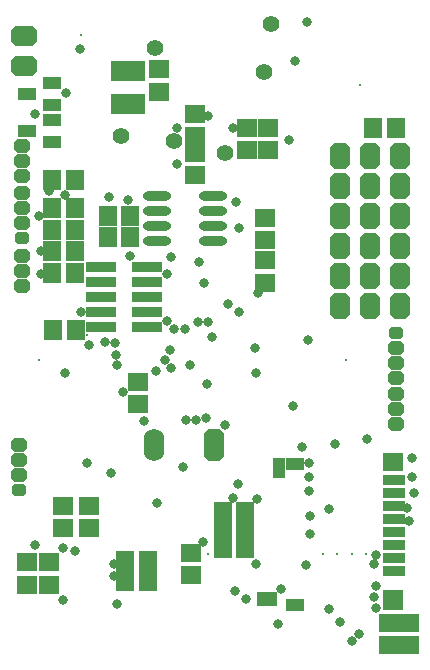
<source format=gbs>
%FSLAX25Y25*%
%MOIN*%
G70*
G01*
G75*
G04 Layer_Color=16711935*
%ADD10R,0.05906X0.05118*%
%ADD11C,0.03937*%
%ADD12R,0.05118X0.05906*%
%ADD13R,0.10236X0.08661*%
%ADD14R,0.07874X0.04724*%
%ADD15R,0.12992X0.09843*%
%ADD16R,0.05118X0.06299*%
%ADD17R,0.05512X0.03543*%
%ADD18R,0.09843X0.07874*%
%ADD19R,0.09055X0.01969*%
%ADD20R,0.05512X0.16535*%
%ADD21O,0.08661X0.02362*%
%ADD22R,0.04331X0.02559*%
%ADD23O,0.00984X0.05906*%
%ADD24O,0.05906X0.00984*%
%ADD25R,0.02362X0.00984*%
%ADD26R,0.00984X0.02362*%
%ADD27R,0.02165X0.00984*%
%ADD28R,0.00984X0.02165*%
%ADD29R,0.05118X0.02165*%
%ADD30C,0.02000*%
%ADD31C,0.00800*%
%ADD32C,0.01969*%
%ADD33C,0.01200*%
%ADD34C,0.01000*%
%ADD35C,0.01181*%
%ADD36C,0.00787*%
%ADD37C,0.02362*%
G04:AMPARAMS|DCode=38|XSize=35.43mil|YSize=47.24mil|CornerRadius=0mil|HoleSize=0mil|Usage=FLASHONLY|Rotation=90.000|XOffset=0mil|YOffset=0mil|HoleType=Round|Shape=Octagon|*
%AMOCTAGOND38*
4,1,8,-0.02362,-0.00886,-0.02362,0.00886,-0.01476,0.01772,0.01476,0.01772,0.02362,0.00886,0.02362,-0.00886,0.01476,-0.01772,-0.01476,-0.01772,-0.02362,-0.00886,0.0*
%
%ADD38OCTAGOND38*%

G04:AMPARAMS|DCode=39|XSize=80mil|YSize=60mil|CornerRadius=0mil|HoleSize=0mil|Usage=FLASHONLY|Rotation=90.000|XOffset=0mil|YOffset=0mil|HoleType=Round|Shape=Octagon|*
%AMOCTAGOND39*
4,1,8,0.01500,0.04000,-0.01500,0.04000,-0.03000,0.02500,-0.03000,-0.02500,-0.01500,-0.04000,0.01500,-0.04000,0.03000,-0.02500,0.03000,0.02500,0.01500,0.04000,0.0*
%
%ADD39OCTAGOND39*%

G04:AMPARAMS|DCode=40|XSize=31.5mil|YSize=39.37mil|CornerRadius=0mil|HoleSize=0mil|Usage=FLASHONLY|Rotation=270.000|XOffset=0mil|YOffset=0mil|HoleType=Round|Shape=Octagon|*
%AMOCTAGOND40*
4,1,8,0.01969,0.00787,0.01969,-0.00787,0.01181,-0.01575,-0.01181,-0.01575,-0.01969,-0.00787,-0.01969,0.00787,-0.01181,0.01575,0.01181,0.01575,0.01969,0.00787,0.0*
%
%ADD40OCTAGOND40*%

G04:AMPARAMS|DCode=41|XSize=80mil|YSize=60mil|CornerRadius=0mil|HoleSize=0mil|Usage=FLASHONLY|Rotation=0.000|XOffset=0mil|YOffset=0mil|HoleType=Round|Shape=Octagon|*
%AMOCTAGOND41*
4,1,8,0.04000,-0.01500,0.04000,0.01500,0.02500,0.03000,-0.02500,0.03000,-0.04000,0.01500,-0.04000,-0.01500,-0.02500,-0.03000,0.02500,-0.03000,0.04000,-0.01500,0.0*
%
%ADD41OCTAGOND41*%

G04:AMPARAMS|DCode=42|XSize=100mil|YSize=60mil|CornerRadius=0mil|HoleSize=0mil|Usage=FLASHONLY|Rotation=270.000|XOffset=0mil|YOffset=0mil|HoleType=Round|Shape=Octagon|*
%AMOCTAGOND42*
4,1,8,-0.01500,-0.05000,0.01500,-0.05000,0.03000,-0.03500,0.03000,0.03500,0.01500,0.05000,-0.01500,0.05000,-0.03000,0.03500,-0.03000,-0.03500,-0.01500,-0.05000,0.0*
%
%ADD42OCTAGOND42*%

%ADD43O,0.06000X0.10000*%
%ADD44C,0.04724*%
%ADD45R,0.10630X0.06299*%
%ADD46R,0.06102X0.03937*%
%ADD47R,0.03150X0.05906*%
%ADD48R,0.05906X0.05906*%
%ADD49R,0.06890X0.02756*%
%ADD50R,0.05906X0.05118*%
%ADD51R,0.05512X0.03150*%
%ADD52R,0.09449X0.02913*%
%ADD53C,0.00984*%
%ADD54C,0.02362*%
%ADD55C,0.00394*%
%ADD56C,0.00827*%
%ADD57C,0.00600*%
%ADD58R,0.25984X0.07677*%
%ADD59R,0.06706X0.05918*%
%ADD60C,0.04737*%
%ADD61R,0.05918X0.06706*%
%ADD62R,0.11036X0.09461*%
%ADD63R,0.08674X0.05524*%
%ADD64R,0.13792X0.10642*%
%ADD65R,0.05918X0.07099*%
%ADD66R,0.06312X0.04343*%
%ADD67R,0.10642X0.08674*%
%ADD68R,0.09855X0.02769*%
%ADD69R,0.06312X0.17335*%
%ADD70O,0.09461X0.03162*%
%ADD71R,0.05131X0.03359*%
%ADD72O,0.01784X0.06706*%
%ADD73O,0.06706X0.01784*%
%ADD74R,0.03162X0.01784*%
%ADD75R,0.01784X0.03162*%
%ADD76R,0.02965X0.01784*%
%ADD77R,0.01784X0.02965*%
%ADD78R,0.05918X0.02965*%
%ADD79R,0.00800X0.00800*%
%ADD80C,0.03162*%
G04:AMPARAMS|DCode=81|XSize=43.43mil|YSize=55.24mil|CornerRadius=0mil|HoleSize=0mil|Usage=FLASHONLY|Rotation=90.000|XOffset=0mil|YOffset=0mil|HoleType=Round|Shape=Octagon|*
%AMOCTAGOND81*
4,1,8,-0.02762,-0.01086,-0.02762,0.01086,-0.01676,0.02172,0.01676,0.02172,0.02762,0.01086,0.02762,-0.01086,0.01676,-0.02172,-0.01676,-0.02172,-0.02762,-0.01086,0.0*
%
%ADD81OCTAGOND81*%

G04:AMPARAMS|DCode=82|XSize=88mil|YSize=68mil|CornerRadius=0mil|HoleSize=0mil|Usage=FLASHONLY|Rotation=90.000|XOffset=0mil|YOffset=0mil|HoleType=Round|Shape=Octagon|*
%AMOCTAGOND82*
4,1,8,0.01700,0.04400,-0.01700,0.04400,-0.03400,0.02700,-0.03400,-0.02700,-0.01700,-0.04400,0.01700,-0.04400,0.03400,-0.02700,0.03400,0.02700,0.01700,0.04400,0.0*
%
%ADD82OCTAGOND82*%

G04:AMPARAMS|DCode=83|XSize=39.5mil|YSize=47.37mil|CornerRadius=0mil|HoleSize=0mil|Usage=FLASHONLY|Rotation=270.000|XOffset=0mil|YOffset=0mil|HoleType=Round|Shape=Octagon|*
%AMOCTAGOND83*
4,1,8,0.02369,0.00987,0.02369,-0.00987,0.01381,-0.01975,-0.01381,-0.01975,-0.02369,-0.00987,-0.02369,0.00987,-0.01381,0.01975,0.01381,0.01975,0.02369,0.00987,0.0*
%
%ADD83OCTAGOND83*%

G04:AMPARAMS|DCode=84|XSize=88mil|YSize=68mil|CornerRadius=0mil|HoleSize=0mil|Usage=FLASHONLY|Rotation=0.000|XOffset=0mil|YOffset=0mil|HoleType=Round|Shape=Octagon|*
%AMOCTAGOND84*
4,1,8,0.04400,-0.01700,0.04400,0.01700,0.02700,0.03400,-0.02700,0.03400,-0.04400,0.01700,-0.04400,-0.01700,-0.02700,-0.03400,0.02700,-0.03400,0.04400,-0.01700,0.0*
%
%ADD84OCTAGOND84*%

G04:AMPARAMS|DCode=85|XSize=108mil|YSize=68mil|CornerRadius=0mil|HoleSize=0mil|Usage=FLASHONLY|Rotation=270.000|XOffset=0mil|YOffset=0mil|HoleType=Round|Shape=Octagon|*
%AMOCTAGOND85*
4,1,8,-0.01700,-0.05400,0.01700,-0.05400,0.03400,-0.03700,0.03400,0.03700,0.01700,0.05400,-0.01700,0.05400,-0.03400,0.03700,-0.03400,-0.03700,-0.01700,-0.05400,0.0*
%
%ADD85OCTAGOND85*%

%ADD86O,0.06800X0.10800*%
%ADD87R,0.00800X0.00800*%
%ADD88C,0.05524*%
%ADD89R,0.11430X0.07099*%
%ADD90R,0.06902X0.04737*%
%ADD91R,0.03950X0.06706*%
%ADD92R,0.06706X0.06706*%
%ADD93R,0.07690X0.03556*%
%ADD94R,0.06706X0.05918*%
%ADD95R,0.06312X0.03950*%
%ADD96R,0.10249X0.03713*%
D59*
X441732Y380315D02*
D03*
Y372835D02*
D03*
X397638Y215945D02*
D03*
Y208465D02*
D03*
X518504Y195866D02*
D03*
Y188386D02*
D03*
X525197Y195866D02*
D03*
Y188386D02*
D03*
X434646Y276181D02*
D03*
Y268701D02*
D03*
X477165Y316732D02*
D03*
Y309252D02*
D03*
Y330906D02*
D03*
Y323425D02*
D03*
X409842Y227362D02*
D03*
Y234842D02*
D03*
X405118Y215945D02*
D03*
Y208465D02*
D03*
X418504Y227362D02*
D03*
Y234842D02*
D03*
X453543Y365551D02*
D03*
Y358071D02*
D03*
Y352559D02*
D03*
Y345079D02*
D03*
X471075Y360756D02*
D03*
Y353276D02*
D03*
X477953Y353346D02*
D03*
Y360827D02*
D03*
X452362Y211614D02*
D03*
Y219094D02*
D03*
D61*
X470472Y220669D02*
D03*
X462992D02*
D03*
X470472Y232874D02*
D03*
X462992D02*
D03*
X470472Y226772D02*
D03*
X462992D02*
D03*
X520669Y360630D02*
D03*
X513189D02*
D03*
X430512Y216535D02*
D03*
X437992D02*
D03*
X430512Y209842D02*
D03*
X437992D02*
D03*
X413976Y293307D02*
D03*
X406496D02*
D03*
X424606Y324410D02*
D03*
X432087D02*
D03*
X424606Y331496D02*
D03*
X432087D02*
D03*
X406102Y326772D02*
D03*
X413583D02*
D03*
X406102Y334252D02*
D03*
X413583D02*
D03*
X413583Y343307D02*
D03*
X406102D02*
D03*
X406102Y312402D02*
D03*
X413583D02*
D03*
X406102Y319685D02*
D03*
X413583D02*
D03*
D66*
X397638Y359842D02*
D03*
X405905Y363583D02*
D03*
Y356102D02*
D03*
X397638Y372047D02*
D03*
X405905Y375787D02*
D03*
Y368307D02*
D03*
D70*
X440945Y323209D02*
D03*
Y328209D02*
D03*
Y333209D02*
D03*
Y338209D02*
D03*
X459842Y323209D02*
D03*
Y328209D02*
D03*
Y333209D02*
D03*
Y338209D02*
D03*
D79*
X417717Y291929D02*
D03*
X505905Y218898D02*
D03*
X496360D02*
D03*
X510630D02*
D03*
X415748Y391732D02*
D03*
X508858Y375000D02*
D03*
X457874Y218898D02*
D03*
D80*
X409646Y220866D02*
D03*
Y203544D02*
D03*
X487008Y383071D02*
D03*
X458070Y364763D02*
D03*
X440550Y279921D02*
D03*
X464764Y302165D02*
D03*
X485039Y356693D02*
D03*
X526772Y238976D02*
D03*
X447638Y360630D02*
D03*
X466535D02*
D03*
X457874Y296063D02*
D03*
X431890Y318110D02*
D03*
X431496Y336614D02*
D03*
X474015Y279133D02*
D03*
X473622Y287402D02*
D03*
X427558Y281889D02*
D03*
X427362Y285236D02*
D03*
X427165Y288976D02*
D03*
X423621Y289370D02*
D03*
X415748Y299606D02*
D03*
X425591Y245669D02*
D03*
X417717Y249213D02*
D03*
X445669Y280709D02*
D03*
X456299Y222835D02*
D03*
X449606Y247638D02*
D03*
X457312Y264006D02*
D03*
X454043Y263386D02*
D03*
X450681D02*
D03*
X426772Y211417D02*
D03*
Y215354D02*
D03*
X489370Y254331D02*
D03*
X500394Y255512D02*
D03*
X418503Y288582D02*
D03*
X447638Y348819D02*
D03*
X467323Y336221D02*
D03*
X401575Y331496D02*
D03*
X446850Y293701D02*
D03*
X410236Y338570D02*
D03*
X474016Y215551D02*
D03*
X474409Y237008D02*
D03*
X468110Y242126D02*
D03*
X457873Y275590D02*
D03*
X511024Y257087D02*
D03*
X445276Y286614D02*
D03*
X470866Y203937D02*
D03*
X486221Y268110D02*
D03*
X498425Y233858D02*
D03*
X498424Y200393D02*
D03*
X491732Y239902D02*
D03*
X410630Y372441D02*
D03*
X400394Y365354D02*
D03*
X444488Y296457D02*
D03*
X450387Y293701D02*
D03*
X454724Y296063D02*
D03*
X459448Y290944D02*
D03*
X451968Y281890D02*
D03*
X402362Y312205D02*
D03*
Y319685D02*
D03*
X445668Y317716D02*
D03*
X413779Y219685D02*
D03*
X400394Y221654D02*
D03*
X506174Y189764D02*
D03*
X501967Y196063D02*
D03*
X481496Y195276D02*
D03*
X482283Y207087D02*
D03*
X490551Y214961D02*
D03*
X466929Y206299D02*
D03*
X466535Y237402D02*
D03*
X440945Y235827D02*
D03*
X463779Y261811D02*
D03*
X436614Y262992D02*
D03*
X443703Y283467D02*
D03*
X429809Y272722D02*
D03*
X410236Y279134D02*
D03*
X491339Y290158D02*
D03*
X425197Y337795D02*
D03*
X415354Y387008D02*
D03*
X490945Y396063D02*
D03*
X525984Y244488D02*
D03*
Y250787D02*
D03*
X491732Y244488D02*
D03*
Y249213D02*
D03*
X492126Y225590D02*
D03*
Y231496D02*
D03*
X427559Y201969D02*
D03*
X525197Y229921D02*
D03*
X444260Y312067D02*
D03*
X405118Y339764D02*
D03*
X468504Y299606D02*
D03*
X474803Y305906D02*
D03*
X456693Y309055D02*
D03*
X455118Y316142D02*
D03*
X468504Y327559D02*
D03*
X524409Y234252D02*
D03*
X513386Y215354D02*
D03*
X514137Y218540D02*
D03*
X513386Y204331D02*
D03*
X508267Y192126D02*
D03*
X514173Y200787D02*
D03*
X514172Y208267D02*
D03*
D81*
X396063Y344724D02*
D03*
Y349724D02*
D03*
Y354724D02*
D03*
X520866Y277559D02*
D03*
Y282559D02*
D03*
Y287559D02*
D03*
Y262047D02*
D03*
Y267047D02*
D03*
Y272047D02*
D03*
X394882Y255118D02*
D03*
Y250118D02*
D03*
Y245118D02*
D03*
X396063Y318268D02*
D03*
Y313268D02*
D03*
Y308268D02*
D03*
Y338976D02*
D03*
Y333976D02*
D03*
Y328976D02*
D03*
D82*
X522205Y351496D02*
D03*
X512205D02*
D03*
X502205D02*
D03*
X522205Y341496D02*
D03*
X512205D02*
D03*
X502205D02*
D03*
X522205Y331496D02*
D03*
X512205D02*
D03*
X502205D02*
D03*
X522205Y321496D02*
D03*
X512205D02*
D03*
X502205D02*
D03*
X522205Y311496D02*
D03*
X512205D02*
D03*
X502205D02*
D03*
X522205Y301496D02*
D03*
X512205D02*
D03*
X502205D02*
D03*
D83*
X520866Y292559D02*
D03*
X394882Y240118D02*
D03*
X396063Y323976D02*
D03*
D84*
X396850Y381496D02*
D03*
Y391496D02*
D03*
D85*
X460000Y255118D02*
D03*
D86*
X440000D02*
D03*
D87*
X501181Y218898D02*
D03*
X503937Y283465D02*
D03*
X401575D02*
D03*
D88*
X440354Y387598D02*
D03*
X476574Y379527D02*
D03*
X463779Y352362D02*
D03*
X446850Y356299D02*
D03*
X429134Y358268D02*
D03*
X479134Y395276D02*
D03*
D89*
X431496Y379921D02*
D03*
Y368898D02*
D03*
D90*
X477559Y203740D02*
D03*
D91*
X481791Y247441D02*
D03*
D92*
X519587Y203346D02*
D03*
D93*
X520079Y243307D02*
D03*
Y238976D02*
D03*
Y234646D02*
D03*
Y230315D02*
D03*
Y225984D02*
D03*
Y221654D02*
D03*
Y217323D02*
D03*
Y212992D02*
D03*
D94*
X519587Y249409D02*
D03*
D95*
X487106Y201772D02*
D03*
Y248819D02*
D03*
D96*
X437795Y314567D02*
D03*
X422441D02*
D03*
X437795Y309567D02*
D03*
X422441D02*
D03*
X437795Y304567D02*
D03*
X422441D02*
D03*
X437795Y299567D02*
D03*
X422441D02*
D03*
X437795Y294567D02*
D03*
X422441D02*
D03*
M02*

</source>
